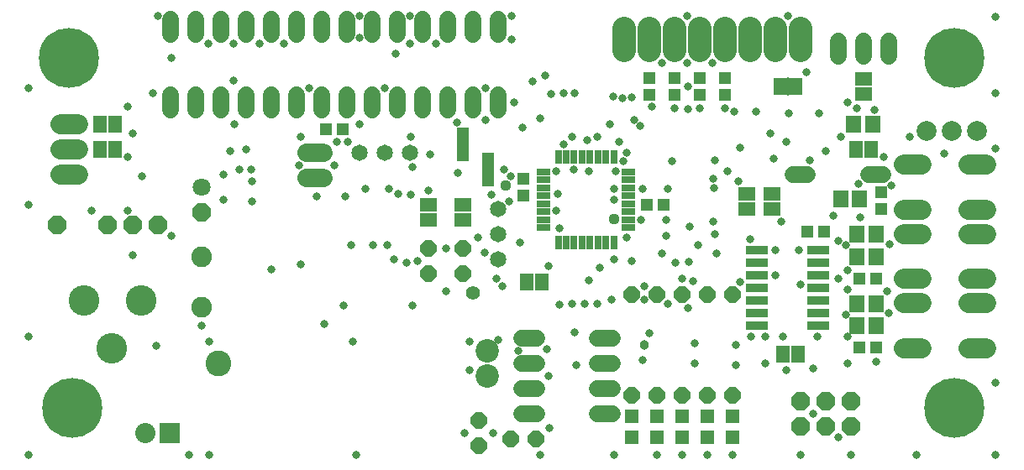
<source format=gts>
G04 EAGLE Gerber RS-274X export*
G75*
%MOMM*%
%FSLAX34Y34*%
%LPD*%
%INSoldermask Top*%
%IPPOS*%
%AMOC8*
5,1,8,0,0,1.08239X$1,22.5*%
G01*
%ADD10R,1.203200X1.303200*%
%ADD11R,1.303200X1.203200*%
%ADD12C,2.363200*%
%ADD13R,2.032000X2.032000*%
%ADD14C,2.032000*%
%ADD15C,3.083200*%
%ADD16C,2.082800*%
%ADD17C,6.045200*%
%ADD18C,1.666238*%
%ADD19R,1.403200X1.403200*%
%ADD20P,1.803519X8X112.500000*%
%ADD21P,1.803519X8X292.500000*%
%ADD22R,1.503200X1.703200*%
%ADD23C,2.032000*%
%ADD24R,1.803400X1.371600*%
%ADD25R,1.371600X1.803400*%
%ADD26R,0.152400X1.828800*%
%ADD27P,1.973413X8X22.500000*%
%ADD28R,1.473200X0.762000*%
%ADD29R,0.762000X1.473200*%
%ADD30R,2.235200X0.863600*%
%ADD31P,1.803519X8X22.500000*%
%ADD32P,1.951982X8X292.500000*%
%ADD33C,1.803400*%
%ADD34P,2.001468X8X22.500000*%
%ADD35C,1.643200*%
%ADD36C,2.003200*%
%ADD37C,2.363200*%
%ADD38C,2.603200*%
%ADD39C,1.849119*%
%ADD40R,1.219200X3.505200*%
%ADD41C,0.812800*%
%ADD42C,0.965200*%
%ADD43C,1.422400*%
%ADD44C,1.117600*%


D10*
X508000Y270900D03*
X508000Y287900D03*
D11*
X846600Y117475D03*
X863600Y117475D03*
D12*
X609600Y417825D02*
X609600Y439425D01*
X635000Y439425D02*
X635000Y417825D01*
X660400Y417825D02*
X660400Y439425D01*
X685800Y439425D02*
X685800Y417825D01*
X711200Y417825D02*
X711200Y439425D01*
X736600Y439425D02*
X736600Y417825D01*
X762000Y417825D02*
X762000Y439425D01*
X787400Y439425D02*
X787400Y417825D01*
D13*
X152200Y31750D03*
D14*
X127200Y31750D03*
D15*
X123300Y165100D03*
X65300Y165100D03*
X93300Y117100D03*
D16*
X184150Y158750D03*
X184150Y209550D03*
D17*
X50475Y410050D03*
X53975Y57150D03*
X942975Y409575D03*
X942975Y57150D03*
D18*
X152400Y357810D02*
X152400Y372440D01*
X177800Y372440D02*
X177800Y357810D01*
X203200Y357810D02*
X203200Y372440D01*
X228600Y372440D02*
X228600Y357810D01*
X254000Y357810D02*
X254000Y372440D01*
X279400Y372440D02*
X279400Y357810D01*
X304800Y357810D02*
X304800Y372440D01*
X330200Y372440D02*
X330200Y357810D01*
X355600Y357810D02*
X355600Y372440D01*
X381000Y372440D02*
X381000Y357810D01*
X406400Y357810D02*
X406400Y372440D01*
X431800Y372440D02*
X431800Y357810D01*
X457200Y357810D02*
X457200Y372440D01*
X482600Y372440D02*
X482600Y357810D01*
X482600Y434010D02*
X482600Y448640D01*
X457200Y448640D02*
X457200Y434010D01*
X431800Y434010D02*
X431800Y448640D01*
X406400Y448640D02*
X406400Y434010D01*
X381000Y434010D02*
X381000Y448640D01*
X355600Y448640D02*
X355600Y434010D01*
X330200Y434010D02*
X330200Y448640D01*
X304800Y448640D02*
X304800Y434010D01*
X279400Y434010D02*
X279400Y448640D01*
X254000Y448640D02*
X254000Y434010D01*
X228600Y434010D02*
X228600Y448640D01*
X203200Y448640D02*
X203200Y434010D01*
X177800Y434010D02*
X177800Y448640D01*
X152400Y448640D02*
X152400Y434010D01*
D19*
X668338Y27600D03*
X668338Y48600D03*
X642938Y27600D03*
X642938Y48600D03*
X617538Y27600D03*
X617538Y48600D03*
X693738Y27600D03*
X693738Y48600D03*
X719138Y27600D03*
X719138Y48600D03*
D20*
X668338Y69850D03*
X668338Y171450D03*
D21*
X412750Y217488D03*
X412750Y192088D03*
X447675Y217488D03*
X447675Y192088D03*
D20*
X693738Y69850D03*
X693738Y171450D03*
X719138Y69850D03*
X719138Y171450D03*
X617538Y69850D03*
X617538Y171450D03*
D22*
X863550Y161925D03*
X844550Y161925D03*
X863550Y139700D03*
X844550Y139700D03*
D20*
X642938Y69850D03*
X642938Y171450D03*
D23*
X891794Y162306D02*
X910082Y162306D01*
X910082Y117094D02*
X891794Y117094D01*
X956818Y162306D02*
X975106Y162306D01*
X975106Y117094D02*
X956818Y117094D01*
D24*
X733425Y272733D03*
X733425Y257493D03*
D25*
X782320Y381000D03*
X767080Y381000D03*
D26*
X774700Y381000D03*
D27*
X88900Y241300D03*
X114300Y241300D03*
X139700Y241300D03*
X38100Y241300D03*
D28*
X528574Y294700D03*
X528574Y286700D03*
X528574Y278700D03*
X528574Y270700D03*
X528574Y262700D03*
X528574Y254700D03*
X528574Y246700D03*
X528574Y238700D03*
D29*
X543500Y223774D03*
X551500Y223774D03*
X559500Y223774D03*
X567500Y223774D03*
X575500Y223774D03*
X583500Y223774D03*
X591500Y223774D03*
X599500Y223774D03*
D28*
X614426Y238700D03*
X614426Y246700D03*
X614426Y254700D03*
X614426Y262700D03*
X614426Y270700D03*
X614426Y278700D03*
X614426Y286700D03*
X614426Y294700D03*
D29*
X599500Y309626D03*
X591500Y309626D03*
X583500Y309626D03*
X575500Y309626D03*
X567500Y309626D03*
X559500Y309626D03*
X551500Y309626D03*
X543500Y309626D03*
D30*
X743966Y215900D03*
X805434Y215900D03*
X743966Y203200D03*
X743966Y190500D03*
X805434Y203200D03*
X805434Y190500D03*
X743966Y177800D03*
X805434Y177800D03*
X743966Y165100D03*
X743966Y152400D03*
X805434Y165100D03*
X805434Y152400D03*
X743966Y139700D03*
X805434Y139700D03*
D22*
X863575Y231775D03*
X844575Y231775D03*
D23*
X891794Y232156D02*
X910082Y232156D01*
X910082Y186944D02*
X891794Y186944D01*
X956818Y232156D02*
X975106Y232156D01*
X975106Y186944D02*
X956818Y186944D01*
D22*
X863575Y209550D03*
X844575Y209550D03*
D11*
X846600Y187325D03*
X863600Y187325D03*
D24*
X758825Y272733D03*
X758825Y257493D03*
D18*
X780085Y292100D02*
X794715Y292100D01*
X856285Y292100D02*
X870915Y292100D01*
D22*
X847040Y267970D03*
X828040Y267970D03*
D23*
X891794Y302006D02*
X910082Y302006D01*
X910082Y256794D02*
X891794Y256794D01*
X956818Y302006D02*
X975106Y302006D01*
X975106Y256794D02*
X956818Y256794D01*
D11*
X326000Y338138D03*
X309000Y338138D03*
D31*
X495300Y25400D03*
X520700Y25400D03*
D21*
X463550Y44450D03*
X463550Y19050D03*
D32*
X184150Y254000D03*
D33*
X184150Y279400D03*
D11*
X811775Y234950D03*
X794775Y234950D03*
D34*
X787400Y38100D03*
X787400Y63500D03*
X812800Y38100D03*
X812800Y63500D03*
X838200Y38100D03*
X838200Y63500D03*
D35*
X482600Y257175D03*
X482600Y231775D03*
X482600Y206375D03*
D10*
X868680Y274810D03*
X868680Y257810D03*
D25*
X81280Y317500D03*
X96520Y317500D03*
X81280Y342900D03*
X96520Y342900D03*
D11*
X635000Y372500D03*
X635000Y389500D03*
X660400Y372500D03*
X660400Y389500D03*
X685800Y372500D03*
X685800Y389500D03*
X711200Y372500D03*
X711200Y389500D03*
D25*
X770255Y111125D03*
X785495Y111125D03*
D18*
X825500Y411785D02*
X825500Y426415D01*
X876300Y426415D02*
X876300Y411785D01*
X850900Y411785D02*
X850900Y426415D01*
D24*
X850900Y373380D03*
X850900Y388620D03*
D18*
X597865Y50800D02*
X583235Y50800D01*
X583235Y76200D02*
X597865Y76200D01*
X597865Y101600D02*
X583235Y101600D01*
X583235Y127000D02*
X597865Y127000D01*
X521665Y127000D02*
X507035Y127000D01*
X507035Y101600D02*
X521665Y101600D01*
X521665Y76200D02*
X507035Y76200D01*
X507035Y50800D02*
X521665Y50800D01*
D24*
X412750Y261620D03*
X412750Y246380D03*
X447675Y261620D03*
X447675Y246380D03*
D25*
X511493Y183833D03*
X526733Y183833D03*
D23*
X59944Y292100D02*
X41656Y292100D01*
X41656Y317500D02*
X59944Y317500D01*
X59944Y342900D02*
X41656Y342900D01*
D35*
X342900Y314325D03*
X368300Y314325D03*
X393700Y314325D03*
D11*
X649850Y261938D03*
X632850Y261938D03*
D36*
X939800Y336550D03*
X965200Y336550D03*
X914400Y336550D03*
D25*
X858520Y317500D03*
X843280Y317500D03*
D22*
X860400Y342900D03*
X841400Y342900D03*
D37*
X472050Y114300D03*
X472050Y88900D03*
D38*
X201050Y101600D03*
D39*
X290220Y288925D02*
X306680Y288925D01*
X306680Y314325D02*
X290220Y314325D01*
D40*
X447675Y322263D03*
X473075Y296863D03*
D41*
X541338Y255588D03*
X542925Y273050D03*
X628650Y277813D03*
X654050Y277813D03*
X612775Y228600D03*
X617538Y204788D03*
X469106Y213519D03*
X462756Y228600D03*
X342900Y342900D03*
X320675Y325438D03*
X373063Y277813D03*
X371475Y220663D03*
X234950Y265113D03*
X206375Y266700D03*
X184150Y139700D03*
X307975Y141288D03*
X327025Y160338D03*
X396875Y160338D03*
X430213Y174625D03*
X454025Y95250D03*
X449263Y31750D03*
X477838Y31750D03*
X534988Y36513D03*
X533400Y88900D03*
X503238Y114300D03*
X531813Y115888D03*
X561975Y100013D03*
X635000Y131763D03*
X574675Y185738D03*
X533400Y200025D03*
X504825Y223838D03*
X190500Y423863D03*
X215900Y423863D03*
X242888Y423863D03*
X266700Y423863D03*
X215900Y387350D03*
X153988Y409575D03*
X134938Y374650D03*
X114300Y333375D03*
X109538Y360363D03*
X109538Y255588D03*
X73025Y255588D03*
X206375Y292100D03*
X212725Y315913D03*
X317500Y301625D03*
X284163Y330200D03*
X292100Y379413D03*
X368300Y379413D03*
X469900Y379413D03*
X469900Y346869D03*
X536575Y373063D03*
X476250Y271463D03*
X495300Y290513D03*
X541338Y295275D03*
X574675Y295275D03*
X600075Y277813D03*
X600075Y266700D03*
X544513Y238125D03*
X652463Y230188D03*
X652463Y246063D03*
X627063Y246063D03*
X700088Y244475D03*
X725488Y285750D03*
X736600Y227013D03*
X703263Y212725D03*
X727075Y184150D03*
X630238Y179388D03*
X674688Y157163D03*
X752475Y101600D03*
X773113Y95250D03*
X800100Y96838D03*
X628650Y104775D03*
X722313Y100013D03*
X722313Y120650D03*
X800100Y50800D03*
X835025Y176213D03*
X835025Y195263D03*
X833438Y220663D03*
X785813Y215900D03*
X762000Y190500D03*
X787400Y180975D03*
X762000Y215900D03*
X760413Y307975D03*
X742950Y355600D03*
X776288Y354013D03*
X806450Y354013D03*
X796925Y306388D03*
X846138Y282575D03*
X871538Y309563D03*
X879475Y280988D03*
X820738Y250825D03*
X847725Y249238D03*
X877888Y222250D03*
X874713Y174625D03*
X876300Y152400D03*
X828675Y330200D03*
X835025Y365125D03*
X862013Y357188D03*
X698500Y404813D03*
X673100Y404813D03*
X647700Y404813D03*
X496888Y428625D03*
X393700Y423863D03*
X379413Y414338D03*
X342900Y430213D03*
X139700Y452438D03*
X9525Y379413D03*
X9525Y261938D03*
X9525Y9525D03*
X9525Y128588D03*
X171450Y9525D03*
X192088Y9525D03*
X192088Y123825D03*
X336550Y123825D03*
X339725Y9525D03*
X454025Y123825D03*
X482600Y125413D03*
X560388Y133350D03*
X481013Y187325D03*
X430213Y217488D03*
X401638Y204788D03*
X334963Y220663D03*
X357188Y220663D03*
X349250Y277813D03*
X282575Y301625D03*
X234950Y285750D03*
X254000Y196850D03*
X284163Y201613D03*
X396875Y300038D03*
X300038Y269875D03*
X328613Y269875D03*
X109538Y309563D03*
X123825Y290513D03*
X153988Y230188D03*
X114300Y211138D03*
X138113Y119063D03*
X342900Y452438D03*
X393700Y452438D03*
X496888Y452438D03*
X420688Y423863D03*
X673100Y452438D03*
X774700Y452438D03*
X793750Y395288D03*
X720725Y355600D03*
X701675Y306388D03*
X727075Y319088D03*
X768350Y244475D03*
X738188Y128588D03*
X752475Y128588D03*
X804863Y128588D03*
X835025Y128588D03*
X833438Y150813D03*
X825500Y26988D03*
X525463Y9525D03*
X600075Y9525D03*
X642938Y9525D03*
X668338Y9525D03*
X693738Y9525D03*
X719138Y9525D03*
X787400Y9525D03*
X838200Y9525D03*
X904875Y9525D03*
X984250Y9525D03*
X984250Y82550D03*
X863600Y103188D03*
X769938Y128588D03*
X835025Y101600D03*
X681038Y122238D03*
X681038Y101600D03*
X596900Y165894D03*
X630238Y165894D03*
X654050Y161925D03*
X679450Y184944D03*
X647700Y212725D03*
X499269Y365125D03*
X507206Y339725D03*
X525463Y349250D03*
X619919Y346869D03*
X626269Y341313D03*
X599281Y370681D03*
X608013Y369094D03*
X673894Y381000D03*
X673894Y357981D03*
X608806Y305594D03*
X658019Y305594D03*
X700881Y278606D03*
X897731Y330200D03*
X932656Y313531D03*
X984250Y451644D03*
X984250Y374650D03*
X984250Y318294D03*
X331788Y325438D03*
X414338Y312738D03*
X395288Y330200D03*
X441325Y344488D03*
X493713Y265113D03*
D42*
X630238Y120650D03*
D41*
X825500Y187325D03*
X825500Y225425D03*
D43*
X457200Y173038D03*
D41*
X685800Y358775D03*
X675196Y204280D03*
X711200Y358775D03*
X684213Y220663D03*
X668338Y187325D03*
X585788Y198438D03*
X604838Y325438D03*
X517525Y385763D03*
X558800Y296863D03*
X549275Y322263D03*
X638175Y360363D03*
X661988Y203200D03*
X382588Y273050D03*
X557213Y161925D03*
X377825Y206375D03*
X545088Y161350D03*
X395288Y271463D03*
X390525Y203200D03*
X569913Y161925D03*
X234442Y296863D03*
X222250Y296863D03*
X582613Y161925D03*
X844550Y358775D03*
X700088Y288288D03*
X560388Y374650D03*
X757238Y333375D03*
X595313Y342900D03*
X714375Y295275D03*
X812800Y315913D03*
X549275Y374650D03*
X601663Y295275D03*
X612775Y314325D03*
X530225Y392113D03*
X773113Y325438D03*
X217488Y342900D03*
X557213Y330200D03*
X660400Y358775D03*
X676275Y239713D03*
X701675Y231775D03*
X617538Y369888D03*
X600075Y206375D03*
D44*
X600075Y247650D03*
D41*
X582676Y330156D03*
X412872Y276103D03*
X442526Y294074D03*
X573088Y327025D03*
X228600Y317500D03*
X488950Y296863D03*
X487363Y179388D03*
D44*
X490538Y280988D03*
M02*

</source>
